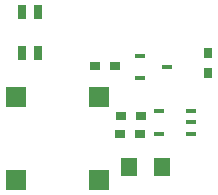
<source format=gbr>
G04 DipTrace 2.4.0.2*
%INBottomPaste.gbr*%
%MOIN*%
%ADD39R,0.0335X0.0177*%
%ADD41R,0.0354X0.0157*%
%ADD49R,0.0551X0.063*%
%ADD55R,0.0315X0.0512*%
%ADD57R,0.0354X0.0315*%
%ADD59R,0.0709X0.0709*%
%ADD67R,0.0315X0.0354*%
%FSLAX44Y44*%
G04*
G70*
G90*
G75*
G01*
%LNBotPaste*%
%LPD*%
D59*
X7126Y4488D3*
Y7244D3*
X4370D3*
Y4488D3*
D57*
X8504Y6024D3*
X7835D3*
D55*
X5118Y10079D3*
Y8701D3*
X4567Y10079D3*
Y8701D3*
D49*
X8150Y4921D3*
X9252D3*
D41*
X10197Y6772D3*
Y6398D3*
Y6024D3*
X9134D3*
Y6772D3*
D39*
X8504Y7874D3*
Y8622D3*
X9409Y8248D3*
D57*
X8543Y6614D3*
X7874D3*
X7677Y8268D3*
X7008D3*
D67*
X10787Y8701D3*
Y8031D3*
M02*

</source>
